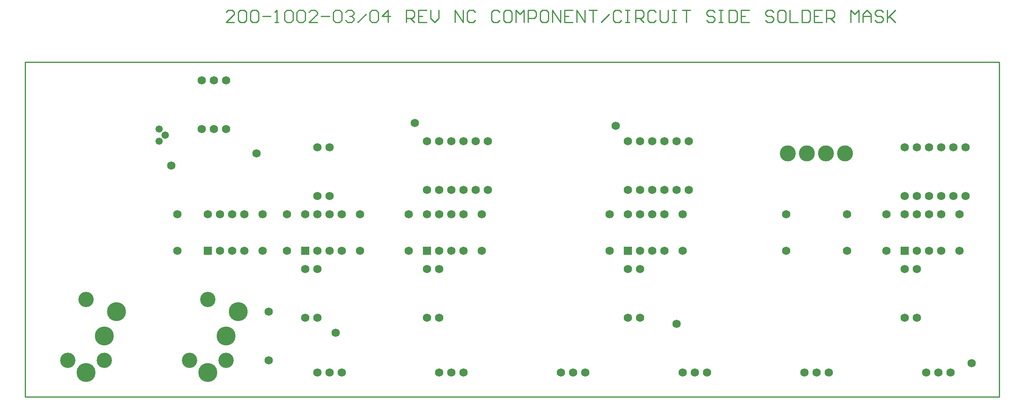
<source format=gbs>
*%FSLAX23Y23*%
*%MOIN*%
G01*
%ADD11C,0.006*%
%ADD12C,0.007*%
%ADD13C,0.008*%
%ADD14C,0.010*%
%ADD15C,0.012*%
%ADD16C,0.020*%
%ADD17C,0.025*%
%ADD18C,0.028*%
%ADD19C,0.032*%
%ADD20C,0.036*%
%ADD21C,0.045*%
%ADD22C,0.048*%
%ADD23C,0.050*%
%ADD24C,0.052*%
%ADD25C,0.055*%
%ADD26C,0.056*%
%ADD27C,0.059*%
%ADD28C,0.060*%
%ADD29C,0.061*%
%ADD30C,0.062*%
%ADD31C,0.068*%
%ADD32C,0.070*%
%ADD33C,0.080*%
%ADD34C,0.090*%
%ADD35C,0.095*%
%ADD36C,0.115*%
%ADD37C,0.120*%
%ADD38C,0.125*%
%ADD39C,0.126*%
%ADD40C,0.131*%
%ADD41C,0.150*%
%ADD42C,0.156*%
%ADD43R,0.062X0.062*%
%ADD44R,0.068X0.068*%
D14*
X7801Y9538D02*
X7868D01*
X7801D02*
X7868Y9605D01*
Y9621D01*
X7851Y9638D01*
X7818D01*
X7801Y9621D01*
X7901D02*
X7918Y9638D01*
X7951D01*
X7968Y9621D01*
Y9555D01*
X7951Y9538D01*
X7918D01*
X7901Y9555D01*
Y9621D01*
X8001D02*
X8018Y9638D01*
X8051D01*
X8068Y9621D01*
Y9555D01*
X8051Y9538D01*
X8018D01*
X8001Y9555D01*
Y9621D01*
X8101Y9588D02*
X8168D01*
X8201Y9538D02*
X8234D01*
X8218D01*
Y9638D01*
X8219D01*
X8218D02*
X8201Y9621D01*
X8284D02*
X8301Y9638D01*
X8334D01*
X8351Y9621D01*
Y9555D01*
X8334Y9538D01*
X8301D01*
X8284Y9555D01*
Y9621D01*
X8384D02*
X8401Y9638D01*
X8434D01*
X8451Y9621D01*
Y9555D01*
X8434Y9538D01*
X8401D01*
X8384Y9555D01*
Y9621D01*
X8484Y9538D02*
X8551D01*
X8484D02*
X8551Y9605D01*
Y9621D01*
X8534Y9638D01*
X8501D01*
X8484Y9621D01*
X8584Y9588D02*
X8651D01*
X8684Y9621D02*
X8701Y9638D01*
X8734D01*
X8751Y9621D01*
Y9555D01*
X8734Y9538D01*
X8701D01*
X8684Y9555D01*
Y9621D01*
X8784D02*
X8801Y9638D01*
X8834D01*
X8851Y9621D01*
Y9605D01*
X8852D01*
X8851D02*
X8852D01*
X8851D02*
X8852D01*
X8851D02*
X8834Y9588D01*
X8817D01*
X8834D01*
X8851Y9571D01*
Y9555D01*
X8834Y9538D01*
X8801D01*
X8784Y9555D01*
X8884Y9538D02*
X8951Y9605D01*
X8984Y9621D02*
X9001Y9638D01*
X9034D01*
X9051Y9621D01*
Y9555D01*
X9034Y9538D01*
X9001D01*
X8984Y9555D01*
Y9621D01*
X9134Y9638D02*
Y9538D01*
X9084Y9588D02*
X9134Y9638D01*
X9151Y9588D02*
X9084D01*
X9284Y9538D02*
Y9638D01*
X9334D01*
X9350Y9621D01*
Y9588D01*
X9334Y9571D01*
X9284D01*
X9317D02*
X9350Y9538D01*
X9384Y9638D02*
X9450D01*
X9384D02*
Y9538D01*
X9450D01*
X9417Y9588D02*
X9384D01*
X9484Y9571D02*
Y9638D01*
Y9571D02*
X9517Y9538D01*
X9550Y9571D01*
Y9638D01*
X9684D02*
Y9538D01*
X9750D02*
X9684Y9638D01*
X9750D02*
Y9538D01*
X9850Y9621D02*
X9834Y9638D01*
X9800D01*
X9784Y9621D01*
Y9555D01*
X9800Y9538D01*
X9834D01*
X9850Y9555D01*
X10034Y9638D02*
X10050Y9621D01*
X10034Y9638D02*
X10000D01*
X9984Y9621D01*
Y9555D01*
X10000Y9538D01*
X10034D01*
X10050Y9555D01*
X10100Y9638D02*
X10134D01*
X10100D02*
X10084Y9621D01*
Y9555D01*
X10100Y9538D01*
X10134D01*
X10150Y9555D01*
Y9621D01*
X10134Y9638D01*
X10184D02*
Y9538D01*
X10217Y9605D02*
X10184Y9638D01*
X10217Y9605D02*
X10250Y9638D01*
Y9538D01*
X10284D02*
Y9638D01*
X10334D01*
X10350Y9621D01*
Y9588D01*
X10334Y9571D01*
X10284D01*
X10400Y9638D02*
X10433D01*
X10400D02*
X10383Y9621D01*
Y9555D01*
X10400Y9538D01*
X10433D01*
X10450Y9555D01*
Y9621D01*
X10433Y9638D01*
X10483D02*
Y9538D01*
X10550D02*
X10483Y9638D01*
X10550D02*
Y9538D01*
X10583Y9638D02*
X10650D01*
X10583D02*
Y9538D01*
X10650D01*
X10617Y9588D02*
X10583D01*
X10683Y9538D02*
Y9638D01*
X10750Y9538D01*
Y9638D01*
X10783D02*
X10850D01*
X10817D01*
Y9538D01*
X10883D02*
X10950Y9605D01*
X11033Y9638D02*
X11050Y9621D01*
X11033Y9638D02*
X11000D01*
X10983Y9621D01*
Y9555D01*
X11000Y9538D01*
X11033D01*
X11050Y9555D01*
X11083Y9638D02*
X11117D01*
X11100D01*
Y9538D01*
X11083D01*
X11117D01*
X11167D02*
Y9638D01*
X11217D01*
X11233Y9621D01*
Y9588D01*
X11217Y9571D01*
X11167D01*
X11200D02*
X11233Y9538D01*
X11333Y9621D02*
X11317Y9638D01*
X11283D01*
X11267Y9621D01*
Y9555D01*
X11283Y9538D01*
X11317D01*
X11333Y9555D01*
X11367D02*
Y9638D01*
Y9555D02*
X11383Y9538D01*
X11416D01*
X11433Y9555D01*
Y9638D01*
X11466D02*
X11500D01*
X11483D01*
Y9538D01*
X11466D01*
X11500D01*
X11550Y9638D02*
X11616D01*
X11583D01*
Y9538D01*
X11800Y9638D02*
X11816Y9621D01*
X11800Y9638D02*
X11766D01*
X11750Y9621D01*
Y9605D01*
X11766Y9588D01*
X11800D01*
X11816Y9571D01*
Y9555D01*
X11800Y9538D01*
X11766D01*
X11750Y9555D01*
X11850Y9638D02*
X11883D01*
X11866D01*
Y9538D01*
X11850D01*
X11883D01*
X11933D02*
Y9638D01*
Y9538D02*
X11983D01*
X12000Y9555D01*
Y9621D01*
X11983Y9638D01*
X11933D01*
X12033D02*
X12100D01*
X12033D02*
Y9538D01*
X12100D01*
X12066Y9588D02*
X12033D01*
X12283Y9638D02*
X12300Y9621D01*
X12283Y9638D02*
X12250D01*
X12233Y9621D01*
Y9605D01*
X12250Y9588D01*
X12283D01*
X12300Y9571D01*
Y9555D01*
X12283Y9538D01*
X12250D01*
X12233Y9555D01*
X12350Y9638D02*
X12383D01*
X12350D02*
X12333Y9621D01*
Y9555D01*
X12350Y9538D01*
X12383D01*
X12400Y9555D01*
Y9621D01*
X12383Y9638D01*
X12433D02*
Y9538D01*
X12499D01*
X12533D02*
Y9638D01*
Y9538D02*
X12583D01*
X12599Y9555D01*
Y9621D01*
X12583Y9638D01*
X12533D01*
X12633D02*
X12699D01*
X12633D02*
Y9538D01*
X12699D01*
X12666Y9588D02*
X12633D01*
X12733Y9538D02*
Y9638D01*
X12783D01*
X12799Y9621D01*
Y9588D01*
X12783Y9571D01*
X12733D01*
X12766D02*
X12799Y9538D01*
X12933D02*
Y9638D01*
X12966Y9605D01*
X12999Y9638D01*
Y9538D01*
X13033D02*
Y9605D01*
X13066Y9638D01*
X13099Y9605D01*
Y9538D01*
Y9588D01*
X13033D01*
X13183Y9638D02*
X13199Y9621D01*
X13183Y9638D02*
X13149D01*
X13133Y9621D01*
Y9605D01*
X13149Y9588D01*
X13183D01*
X13199Y9571D01*
Y9555D01*
X13183Y9538D01*
X13149D01*
X13133Y9555D01*
X13233Y9538D02*
Y9638D01*
Y9571D02*
Y9538D01*
Y9571D02*
X13299Y9638D01*
X13249Y9588D01*
X13299Y9538D01*
X6151Y9213D02*
Y6463D01*
X14151D02*
Y9213D01*
Y6463D02*
X6151D01*
Y9213D02*
X14151D01*
D27*
X7251Y8563D02*
D03*
Y8663D02*
D03*
D29*
X7301Y8613D02*
D03*
D31*
X13926Y6738D02*
D03*
X11501Y7063D02*
D03*
X11001Y8688D02*
D03*
X9351Y8713D02*
D03*
X8701Y6988D02*
D03*
X8051Y8463D02*
D03*
X7351Y8363D02*
D03*
X7401Y7663D02*
D03*
Y7963D02*
D03*
X8101D02*
D03*
Y7663D02*
D03*
X8301D02*
D03*
Y7963D02*
D03*
X8901D02*
D03*
Y7663D02*
D03*
X9301D02*
D03*
Y7963D02*
D03*
X9451D02*
D03*
X9551D02*
D03*
X9651D02*
D03*
X9751D02*
D03*
Y7663D02*
D03*
X9651D02*
D03*
X9551D02*
D03*
X9901Y7963D02*
D03*
Y7663D02*
D03*
X13226D02*
D03*
Y7963D02*
D03*
X13826D02*
D03*
Y7663D02*
D03*
X10951D02*
D03*
Y7963D02*
D03*
X11551D02*
D03*
Y7663D02*
D03*
X8151Y6763D02*
D03*
Y7163D02*
D03*
X13376Y8513D02*
D03*
Y8113D02*
D03*
X7801Y8663D02*
D03*
Y9063D02*
D03*
X8651Y8113D02*
D03*
Y8513D02*
D03*
X8551Y8113D02*
D03*
Y8513D02*
D03*
X8451Y7513D02*
D03*
Y7113D02*
D03*
X8551D02*
D03*
Y7513D02*
D03*
X8451Y7963D02*
D03*
X8551D02*
D03*
X8651D02*
D03*
X8751D02*
D03*
Y7663D02*
D03*
X8651D02*
D03*
X8551D02*
D03*
X7701Y9063D02*
D03*
Y8663D02*
D03*
X7601D02*
D03*
Y9063D02*
D03*
X7651Y7963D02*
D03*
X7751D02*
D03*
X7851D02*
D03*
X7951D02*
D03*
Y7663D02*
D03*
X7851D02*
D03*
X7751D02*
D03*
X9551Y7513D02*
D03*
Y7113D02*
D03*
X9451Y7513D02*
D03*
Y7113D02*
D03*
X9851Y8163D02*
D03*
Y8563D02*
D03*
X9951Y8163D02*
D03*
Y8563D02*
D03*
X9751D02*
D03*
Y8163D02*
D03*
X9651Y8563D02*
D03*
Y8163D02*
D03*
X9451Y8563D02*
D03*
Y8163D02*
D03*
X9551D02*
D03*
Y8563D02*
D03*
X11101Y7513D02*
D03*
Y7113D02*
D03*
X11201Y7513D02*
D03*
Y7113D02*
D03*
X11601Y8163D02*
D03*
Y8563D02*
D03*
X11501Y8163D02*
D03*
Y8563D02*
D03*
X11401D02*
D03*
Y8163D02*
D03*
X11301Y8563D02*
D03*
Y8163D02*
D03*
X11101Y8563D02*
D03*
Y8163D02*
D03*
X11201D02*
D03*
Y8563D02*
D03*
X12751Y6663D02*
D03*
X12551D02*
D03*
X12651D02*
D03*
X13751D02*
D03*
X13551D02*
D03*
X13651D02*
D03*
X11751D02*
D03*
X11551D02*
D03*
X11651D02*
D03*
X10751D02*
D03*
X10551D02*
D03*
X10651D02*
D03*
X9751D02*
D03*
X9551D02*
D03*
X9651D02*
D03*
X8751D02*
D03*
X8551D02*
D03*
X8651D02*
D03*
X13376Y7963D02*
D03*
X13476D02*
D03*
X13576D02*
D03*
X13676D02*
D03*
Y7663D02*
D03*
X13576D02*
D03*
X13476D02*
D03*
X13676Y8113D02*
D03*
Y8513D02*
D03*
X13576Y8113D02*
D03*
Y8513D02*
D03*
X13776Y8113D02*
D03*
Y8513D02*
D03*
X13876Y8113D02*
D03*
Y8513D02*
D03*
X13476Y8113D02*
D03*
Y8513D02*
D03*
X13376Y7513D02*
D03*
Y7113D02*
D03*
X13476Y7513D02*
D03*
Y7113D02*
D03*
X11101Y7963D02*
D03*
X11201D02*
D03*
X11301D02*
D03*
X11401D02*
D03*
Y7663D02*
D03*
X11301D02*
D03*
X11201D02*
D03*
X12401D02*
D03*
Y7963D02*
D03*
X12901D02*
D03*
Y7663D02*
D03*
D39*
X7501Y6763D02*
D03*
X7801D02*
D03*
X7651Y7263D02*
D03*
X6501Y6763D02*
D03*
X6801D02*
D03*
X6651Y7263D02*
D03*
D40*
X12729Y8463D02*
D03*
X12417D02*
D03*
X12885D02*
D03*
X12573D02*
D03*
D42*
X7901Y7163D02*
D03*
X7801Y6963D02*
D03*
X7651Y6663D02*
D03*
X6901Y7163D02*
D03*
X6801Y6963D02*
D03*
X6651Y6663D02*
D03*
D44*
X9451Y7663D02*
D03*
X8451D02*
D03*
X7651D02*
D03*
X13376D02*
D03*
X11101D02*
D03*
M02*

</source>
